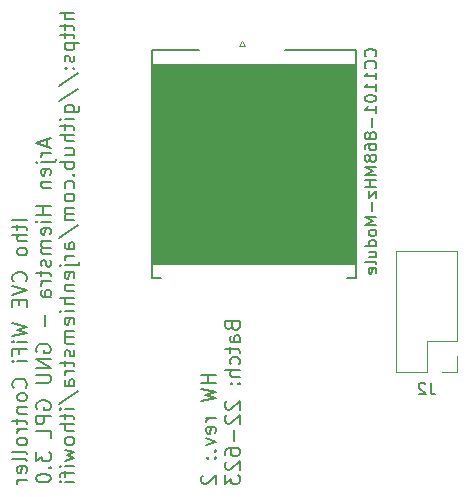
<source format=gbo>
G04 #@! TF.GenerationSoftware,KiCad,Pcbnew,(6.0.8-1)-1*
G04 #@! TF.CreationDate,2023-02-10T09:38:01+01:00*
G04 #@! TF.ProjectId,ithowifi_4l,6974686f-7769-4666-995f-346c2e6b6963,rev?*
G04 #@! TF.SameCoordinates,Original*
G04 #@! TF.FileFunction,Legend,Bot*
G04 #@! TF.FilePolarity,Positive*
%FSLAX46Y46*%
G04 Gerber Fmt 4.6, Leading zero omitted, Abs format (unit mm)*
G04 Created by KiCad (PCBNEW (6.0.8-1)-1) date 2023-02-10 09:38:01*
%MOMM*%
%LPD*%
G01*
G04 APERTURE LIST*
%ADD10C,0.100000*%
%ADD11C,0.200000*%
%ADD12C,0.150000*%
%ADD13C,0.120000*%
G04 APERTURE END LIST*
D10*
G36*
X114808000Y-129997200D02*
G01*
X97561400Y-129997200D01*
X97536000Y-113030000D01*
X114808000Y-113030000D01*
X114808000Y-129997200D01*
G37*
X114808000Y-129997200D02*
X97561400Y-129997200D01*
X97536000Y-113030000D01*
X114808000Y-113030000D01*
X114808000Y-129997200D01*
D11*
X86949606Y-126226666D02*
X85703606Y-126226666D01*
X86118940Y-126642000D02*
X86118940Y-127116666D01*
X85703606Y-126820000D02*
X86771606Y-126820000D01*
X86890273Y-126879333D01*
X86949606Y-126998000D01*
X86949606Y-127116666D01*
X86949606Y-127532000D02*
X85703606Y-127532000D01*
X86949606Y-128066000D02*
X86296940Y-128066000D01*
X86178273Y-128006666D01*
X86118940Y-127888000D01*
X86118940Y-127710000D01*
X86178273Y-127591333D01*
X86237606Y-127532000D01*
X86949606Y-128837333D02*
X86890273Y-128718666D01*
X86830940Y-128659333D01*
X86712273Y-128600000D01*
X86356273Y-128600000D01*
X86237606Y-128659333D01*
X86178273Y-128718666D01*
X86118940Y-128837333D01*
X86118940Y-129015333D01*
X86178273Y-129134000D01*
X86237606Y-129193333D01*
X86356273Y-129252666D01*
X86712273Y-129252666D01*
X86830940Y-129193333D01*
X86890273Y-129134000D01*
X86949606Y-129015333D01*
X86949606Y-128837333D01*
X86830940Y-131448000D02*
X86890273Y-131388666D01*
X86949606Y-131210666D01*
X86949606Y-131092000D01*
X86890273Y-130914000D01*
X86771606Y-130795333D01*
X86652940Y-130736000D01*
X86415606Y-130676666D01*
X86237606Y-130676666D01*
X86000273Y-130736000D01*
X85881606Y-130795333D01*
X85762940Y-130914000D01*
X85703606Y-131092000D01*
X85703606Y-131210666D01*
X85762940Y-131388666D01*
X85822273Y-131448000D01*
X85703606Y-131804000D02*
X86949606Y-132219333D01*
X85703606Y-132634666D01*
X86296940Y-133049999D02*
X86296940Y-133465333D01*
X86949606Y-133643333D02*
X86949606Y-133049999D01*
X85703606Y-133049999D01*
X85703606Y-133643333D01*
X85703606Y-135008000D02*
X86949606Y-135304666D01*
X86059606Y-135542000D01*
X86949606Y-135779333D01*
X85703606Y-136076000D01*
X86949606Y-136550666D02*
X86118940Y-136550666D01*
X85703606Y-136550666D02*
X85762940Y-136491333D01*
X85822273Y-136550666D01*
X85762940Y-136610000D01*
X85703606Y-136550666D01*
X85822273Y-136550666D01*
X86296940Y-137559333D02*
X86296940Y-137144000D01*
X86949606Y-137144000D02*
X85703606Y-137144000D01*
X85703606Y-137737333D01*
X86949606Y-138212000D02*
X86118940Y-138212000D01*
X85703606Y-138212000D02*
X85762940Y-138152666D01*
X85822273Y-138212000D01*
X85762940Y-138271333D01*
X85703606Y-138212000D01*
X85822273Y-138212000D01*
X86830940Y-140466666D02*
X86890273Y-140407333D01*
X86949606Y-140229333D01*
X86949606Y-140110666D01*
X86890273Y-139932666D01*
X86771606Y-139814000D01*
X86652940Y-139754666D01*
X86415606Y-139695333D01*
X86237606Y-139695333D01*
X86000273Y-139754666D01*
X85881606Y-139814000D01*
X85762940Y-139932666D01*
X85703606Y-140110666D01*
X85703606Y-140229333D01*
X85762940Y-140407333D01*
X85822273Y-140466666D01*
X86949606Y-141178666D02*
X86890273Y-141060000D01*
X86830940Y-141000666D01*
X86712273Y-140941333D01*
X86356273Y-140941333D01*
X86237606Y-141000666D01*
X86178273Y-141060000D01*
X86118940Y-141178666D01*
X86118940Y-141356666D01*
X86178273Y-141475333D01*
X86237606Y-141534666D01*
X86356273Y-141594000D01*
X86712273Y-141594000D01*
X86830940Y-141534666D01*
X86890273Y-141475333D01*
X86949606Y-141356666D01*
X86949606Y-141178666D01*
X86118940Y-142128000D02*
X86949606Y-142128000D01*
X86237606Y-142128000D02*
X86178273Y-142187333D01*
X86118940Y-142306000D01*
X86118940Y-142484000D01*
X86178273Y-142602666D01*
X86296940Y-142662000D01*
X86949606Y-142662000D01*
X86118940Y-143077333D02*
X86118940Y-143552000D01*
X85703606Y-143255333D02*
X86771606Y-143255333D01*
X86890273Y-143314666D01*
X86949606Y-143433333D01*
X86949606Y-143552000D01*
X86949606Y-143967333D02*
X86118940Y-143967333D01*
X86356273Y-143967333D02*
X86237606Y-144026666D01*
X86178273Y-144086000D01*
X86118940Y-144204666D01*
X86118940Y-144323333D01*
X86949606Y-144916666D02*
X86890273Y-144798000D01*
X86830940Y-144738666D01*
X86712273Y-144679333D01*
X86356273Y-144679333D01*
X86237606Y-144738666D01*
X86178273Y-144798000D01*
X86118940Y-144916666D01*
X86118940Y-145094666D01*
X86178273Y-145213333D01*
X86237606Y-145272666D01*
X86356273Y-145332000D01*
X86712273Y-145332000D01*
X86830940Y-145272666D01*
X86890273Y-145213333D01*
X86949606Y-145094666D01*
X86949606Y-144916666D01*
X86949606Y-146044000D02*
X86890273Y-145925333D01*
X86771606Y-145866000D01*
X85703606Y-145866000D01*
X86949606Y-146696666D02*
X86890273Y-146578000D01*
X86771606Y-146518666D01*
X85703606Y-146518666D01*
X86890273Y-147646000D02*
X86949606Y-147527333D01*
X86949606Y-147290000D01*
X86890273Y-147171333D01*
X86771606Y-147112000D01*
X86296940Y-147112000D01*
X86178273Y-147171333D01*
X86118940Y-147290000D01*
X86118940Y-147527333D01*
X86178273Y-147646000D01*
X86296940Y-147705333D01*
X86415606Y-147705333D01*
X86534273Y-147112000D01*
X86949606Y-148239333D02*
X86118940Y-148239333D01*
X86356273Y-148239333D02*
X86237606Y-148298666D01*
X86178273Y-148358000D01*
X86118940Y-148476666D01*
X86118940Y-148595333D01*
X88599666Y-119462666D02*
X88599666Y-120056000D01*
X88955666Y-119344000D02*
X87709666Y-119759333D01*
X88955666Y-120174666D01*
X88955666Y-120590000D02*
X88125000Y-120590000D01*
X88362333Y-120590000D02*
X88243666Y-120649333D01*
X88184333Y-120708666D01*
X88125000Y-120827333D01*
X88125000Y-120946000D01*
X88125000Y-121361333D02*
X89193000Y-121361333D01*
X89311666Y-121302000D01*
X89371000Y-121183333D01*
X89371000Y-121124000D01*
X87709666Y-121361333D02*
X87769000Y-121302000D01*
X87828333Y-121361333D01*
X87769000Y-121420666D01*
X87709666Y-121361333D01*
X87828333Y-121361333D01*
X88896333Y-122429333D02*
X88955666Y-122310666D01*
X88955666Y-122073333D01*
X88896333Y-121954666D01*
X88777666Y-121895333D01*
X88303000Y-121895333D01*
X88184333Y-121954666D01*
X88125000Y-122073333D01*
X88125000Y-122310666D01*
X88184333Y-122429333D01*
X88303000Y-122488666D01*
X88421666Y-122488666D01*
X88540333Y-121895333D01*
X88125000Y-123022666D02*
X88955666Y-123022666D01*
X88243666Y-123022666D02*
X88184333Y-123082000D01*
X88125000Y-123200666D01*
X88125000Y-123378666D01*
X88184333Y-123497333D01*
X88303000Y-123556666D01*
X88955666Y-123556666D01*
X88955666Y-125099333D02*
X87709666Y-125099333D01*
X88303000Y-125099333D02*
X88303000Y-125811333D01*
X88955666Y-125811333D02*
X87709666Y-125811333D01*
X88955666Y-126404666D02*
X88125000Y-126404666D01*
X87709666Y-126404666D02*
X87769000Y-126345333D01*
X87828333Y-126404666D01*
X87769000Y-126464000D01*
X87709666Y-126404666D01*
X87828333Y-126404666D01*
X88896333Y-127472666D02*
X88955666Y-127354000D01*
X88955666Y-127116666D01*
X88896333Y-126998000D01*
X88777666Y-126938666D01*
X88303000Y-126938666D01*
X88184333Y-126998000D01*
X88125000Y-127116666D01*
X88125000Y-127354000D01*
X88184333Y-127472666D01*
X88303000Y-127532000D01*
X88421666Y-127532000D01*
X88540333Y-126938666D01*
X88955666Y-128066000D02*
X88125000Y-128066000D01*
X88243666Y-128066000D02*
X88184333Y-128125333D01*
X88125000Y-128244000D01*
X88125000Y-128422000D01*
X88184333Y-128540666D01*
X88303000Y-128600000D01*
X88955666Y-128600000D01*
X88303000Y-128600000D02*
X88184333Y-128659333D01*
X88125000Y-128778000D01*
X88125000Y-128956000D01*
X88184333Y-129074666D01*
X88303000Y-129134000D01*
X88955666Y-129134000D01*
X88896333Y-129667999D02*
X88955666Y-129786666D01*
X88955666Y-130023999D01*
X88896333Y-130142666D01*
X88777666Y-130201999D01*
X88718333Y-130201999D01*
X88599666Y-130142666D01*
X88540333Y-130023999D01*
X88540333Y-129845999D01*
X88481000Y-129727333D01*
X88362333Y-129667999D01*
X88303000Y-129667999D01*
X88184333Y-129727333D01*
X88125000Y-129845999D01*
X88125000Y-130023999D01*
X88184333Y-130142666D01*
X88125000Y-130558000D02*
X88125000Y-131032666D01*
X87709666Y-130736000D02*
X88777666Y-130736000D01*
X88896333Y-130795333D01*
X88955666Y-130914000D01*
X88955666Y-131032666D01*
X88955666Y-131448000D02*
X88125000Y-131448000D01*
X88362333Y-131448000D02*
X88243666Y-131507333D01*
X88184333Y-131566666D01*
X88125000Y-131685333D01*
X88125000Y-131804000D01*
X88955666Y-132753333D02*
X88303000Y-132753333D01*
X88184333Y-132693999D01*
X88125000Y-132575333D01*
X88125000Y-132337999D01*
X88184333Y-132219333D01*
X88896333Y-132753333D02*
X88955666Y-132634666D01*
X88955666Y-132337999D01*
X88896333Y-132219333D01*
X88777666Y-132159999D01*
X88659000Y-132159999D01*
X88540333Y-132219333D01*
X88481000Y-132337999D01*
X88481000Y-132634666D01*
X88421666Y-132753333D01*
X88481000Y-134296000D02*
X88481000Y-135245333D01*
X87769000Y-137440666D02*
X87709666Y-137322000D01*
X87709666Y-137144000D01*
X87769000Y-136966000D01*
X87887666Y-136847333D01*
X88006333Y-136788000D01*
X88243666Y-136728666D01*
X88421666Y-136728666D01*
X88659000Y-136788000D01*
X88777666Y-136847333D01*
X88896333Y-136966000D01*
X88955666Y-137144000D01*
X88955666Y-137262666D01*
X88896333Y-137440666D01*
X88837000Y-137500000D01*
X88421666Y-137500000D01*
X88421666Y-137262666D01*
X88955666Y-138034000D02*
X87709666Y-138034000D01*
X88955666Y-138746000D01*
X87709666Y-138746000D01*
X87709666Y-139339333D02*
X88718333Y-139339333D01*
X88837000Y-139398666D01*
X88896333Y-139458000D01*
X88955666Y-139576666D01*
X88955666Y-139814000D01*
X88896333Y-139932666D01*
X88837000Y-139992000D01*
X88718333Y-140051333D01*
X87709666Y-140051333D01*
X87769000Y-142246666D02*
X87709666Y-142128000D01*
X87709666Y-141950000D01*
X87769000Y-141772000D01*
X87887666Y-141653333D01*
X88006333Y-141594000D01*
X88243666Y-141534666D01*
X88421666Y-141534666D01*
X88659000Y-141594000D01*
X88777666Y-141653333D01*
X88896333Y-141772000D01*
X88955666Y-141950000D01*
X88955666Y-142068666D01*
X88896333Y-142246666D01*
X88837000Y-142306000D01*
X88421666Y-142306000D01*
X88421666Y-142068666D01*
X88955666Y-142840000D02*
X87709666Y-142840000D01*
X87709666Y-143314666D01*
X87769000Y-143433333D01*
X87828333Y-143492666D01*
X87947000Y-143552000D01*
X88125000Y-143552000D01*
X88243666Y-143492666D01*
X88303000Y-143433333D01*
X88362333Y-143314666D01*
X88362333Y-142840000D01*
X88955666Y-144679333D02*
X88955666Y-144086000D01*
X87709666Y-144086000D01*
X87709666Y-145925333D02*
X87709666Y-146696666D01*
X88184333Y-146281333D01*
X88184333Y-146459333D01*
X88243666Y-146578000D01*
X88303000Y-146637333D01*
X88421666Y-146696666D01*
X88718333Y-146696666D01*
X88837000Y-146637333D01*
X88896333Y-146578000D01*
X88955666Y-146459333D01*
X88955666Y-146103333D01*
X88896333Y-145984666D01*
X88837000Y-145925333D01*
X88837000Y-147230666D02*
X88896333Y-147290000D01*
X88955666Y-147230666D01*
X88896333Y-147171333D01*
X88837000Y-147230666D01*
X88955666Y-147230666D01*
X87709666Y-148061333D02*
X87709666Y-148180000D01*
X87769000Y-148298666D01*
X87828333Y-148357999D01*
X87947000Y-148417333D01*
X88184333Y-148476666D01*
X88481000Y-148476666D01*
X88718333Y-148417333D01*
X88837000Y-148358000D01*
X88896333Y-148298666D01*
X88955666Y-148180000D01*
X88955666Y-148061333D01*
X88896333Y-147942666D01*
X88837000Y-147883333D01*
X88718333Y-147824000D01*
X88481000Y-147764666D01*
X88184333Y-147764666D01*
X87947000Y-147824000D01*
X87828333Y-147883333D01*
X87769000Y-147942666D01*
X87709666Y-148061333D01*
X90961726Y-108723333D02*
X89715726Y-108723333D01*
X90961726Y-109257333D02*
X90309060Y-109257333D01*
X90190393Y-109198000D01*
X90131060Y-109079333D01*
X90131060Y-108901333D01*
X90190393Y-108782666D01*
X90249726Y-108723333D01*
X90131060Y-109672666D02*
X90131060Y-110147333D01*
X89715726Y-109850666D02*
X90783726Y-109850666D01*
X90902393Y-109910000D01*
X90961726Y-110028666D01*
X90961726Y-110147333D01*
X90131060Y-110384666D02*
X90131060Y-110859333D01*
X89715726Y-110562666D02*
X90783726Y-110562666D01*
X90902393Y-110622000D01*
X90961726Y-110740666D01*
X90961726Y-110859333D01*
X90131060Y-111274666D02*
X91377060Y-111274666D01*
X90190393Y-111274666D02*
X90131060Y-111393333D01*
X90131060Y-111630666D01*
X90190393Y-111749333D01*
X90249726Y-111808666D01*
X90368393Y-111868000D01*
X90724393Y-111868000D01*
X90843060Y-111808666D01*
X90902393Y-111749333D01*
X90961726Y-111630666D01*
X90961726Y-111393333D01*
X90902393Y-111274666D01*
X90902393Y-112342666D02*
X90961726Y-112461333D01*
X90961726Y-112698666D01*
X90902393Y-112817333D01*
X90783726Y-112876666D01*
X90724393Y-112876666D01*
X90605726Y-112817333D01*
X90546393Y-112698666D01*
X90546393Y-112520666D01*
X90487060Y-112402000D01*
X90368393Y-112342666D01*
X90309060Y-112342666D01*
X90190393Y-112402000D01*
X90131060Y-112520666D01*
X90131060Y-112698666D01*
X90190393Y-112817333D01*
X90843060Y-113410666D02*
X90902393Y-113470000D01*
X90961726Y-113410666D01*
X90902393Y-113351333D01*
X90843060Y-113410666D01*
X90961726Y-113410666D01*
X90190393Y-113410666D02*
X90249726Y-113470000D01*
X90309060Y-113410666D01*
X90249726Y-113351333D01*
X90190393Y-113410666D01*
X90309060Y-113410666D01*
X89656393Y-114894000D02*
X91258393Y-113826000D01*
X89656393Y-116199333D02*
X91258393Y-115131333D01*
X90131060Y-117148666D02*
X91139726Y-117148666D01*
X91258393Y-117089333D01*
X91317726Y-117030000D01*
X91377060Y-116911333D01*
X91377060Y-116733333D01*
X91317726Y-116614666D01*
X90902393Y-117148666D02*
X90961726Y-117030000D01*
X90961726Y-116792666D01*
X90902393Y-116674000D01*
X90843060Y-116614666D01*
X90724393Y-116555333D01*
X90368393Y-116555333D01*
X90249726Y-116614666D01*
X90190393Y-116674000D01*
X90131060Y-116792666D01*
X90131060Y-117030000D01*
X90190393Y-117148666D01*
X90961726Y-117742000D02*
X90131060Y-117742000D01*
X89715726Y-117742000D02*
X89775060Y-117682666D01*
X89834393Y-117742000D01*
X89775060Y-117801333D01*
X89715726Y-117742000D01*
X89834393Y-117742000D01*
X90131060Y-118157333D02*
X90131060Y-118632000D01*
X89715726Y-118335333D02*
X90783726Y-118335333D01*
X90902393Y-118394666D01*
X90961726Y-118513333D01*
X90961726Y-118632000D01*
X90961726Y-119047333D02*
X89715726Y-119047333D01*
X90961726Y-119581333D02*
X90309060Y-119581333D01*
X90190393Y-119522000D01*
X90131060Y-119403333D01*
X90131060Y-119225333D01*
X90190393Y-119106666D01*
X90249726Y-119047333D01*
X90131060Y-120708666D02*
X90961726Y-120708666D01*
X90131060Y-120174666D02*
X90783726Y-120174666D01*
X90902393Y-120234000D01*
X90961726Y-120352666D01*
X90961726Y-120530666D01*
X90902393Y-120649333D01*
X90843060Y-120708666D01*
X90961726Y-121302000D02*
X89715726Y-121302000D01*
X90190393Y-121302000D02*
X90131060Y-121420666D01*
X90131060Y-121658000D01*
X90190393Y-121776666D01*
X90249726Y-121836000D01*
X90368393Y-121895333D01*
X90724393Y-121895333D01*
X90843060Y-121836000D01*
X90902393Y-121776666D01*
X90961726Y-121658000D01*
X90961726Y-121420666D01*
X90902393Y-121302000D01*
X90843060Y-122429333D02*
X90902393Y-122488666D01*
X90961726Y-122429333D01*
X90902393Y-122370000D01*
X90843060Y-122429333D01*
X90961726Y-122429333D01*
X90902393Y-123556666D02*
X90961726Y-123438000D01*
X90961726Y-123200666D01*
X90902393Y-123082000D01*
X90843060Y-123022666D01*
X90724393Y-122963333D01*
X90368393Y-122963333D01*
X90249726Y-123022666D01*
X90190393Y-123082000D01*
X90131060Y-123200666D01*
X90131060Y-123438000D01*
X90190393Y-123556666D01*
X90961726Y-124268666D02*
X90902393Y-124150000D01*
X90843060Y-124090666D01*
X90724393Y-124031333D01*
X90368393Y-124031333D01*
X90249726Y-124090666D01*
X90190393Y-124150000D01*
X90131060Y-124268666D01*
X90131060Y-124446666D01*
X90190393Y-124565333D01*
X90249726Y-124624666D01*
X90368393Y-124684000D01*
X90724393Y-124684000D01*
X90843060Y-124624666D01*
X90902393Y-124565333D01*
X90961726Y-124446666D01*
X90961726Y-124268666D01*
X90961726Y-125218000D02*
X90131060Y-125218000D01*
X90249726Y-125218000D02*
X90190393Y-125277333D01*
X90131060Y-125396000D01*
X90131060Y-125574000D01*
X90190393Y-125692666D01*
X90309060Y-125752000D01*
X90961726Y-125752000D01*
X90309060Y-125752000D02*
X90190393Y-125811333D01*
X90131060Y-125930000D01*
X90131060Y-126108000D01*
X90190393Y-126226666D01*
X90309060Y-126286000D01*
X90961726Y-126286000D01*
X89656393Y-127769333D02*
X91258393Y-126701333D01*
X90961726Y-128718666D02*
X90309060Y-128718666D01*
X90190393Y-128659333D01*
X90131060Y-128540666D01*
X90131060Y-128303333D01*
X90190393Y-128184666D01*
X90902393Y-128718666D02*
X90961726Y-128600000D01*
X90961726Y-128303333D01*
X90902393Y-128184666D01*
X90783726Y-128125333D01*
X90665060Y-128125333D01*
X90546393Y-128184666D01*
X90487060Y-128303333D01*
X90487060Y-128600000D01*
X90427726Y-128718666D01*
X90961726Y-129312000D02*
X90131060Y-129312000D01*
X90368393Y-129312000D02*
X90249726Y-129371333D01*
X90190393Y-129430666D01*
X90131060Y-129549333D01*
X90131060Y-129668000D01*
X90131060Y-130083333D02*
X91199060Y-130083333D01*
X91317726Y-130023999D01*
X91377060Y-129905333D01*
X91377060Y-129845999D01*
X89715726Y-130083333D02*
X89775060Y-130023999D01*
X89834393Y-130083333D01*
X89775060Y-130142666D01*
X89715726Y-130083333D01*
X89834393Y-130083333D01*
X90902393Y-131151333D02*
X90961726Y-131032666D01*
X90961726Y-130795333D01*
X90902393Y-130676666D01*
X90783726Y-130617333D01*
X90309060Y-130617333D01*
X90190393Y-130676666D01*
X90131060Y-130795333D01*
X90131060Y-131032666D01*
X90190393Y-131151333D01*
X90309060Y-131210666D01*
X90427726Y-131210666D01*
X90546393Y-130617333D01*
X90131060Y-131744666D02*
X90961726Y-131744666D01*
X90249726Y-131744666D02*
X90190393Y-131803999D01*
X90131060Y-131922666D01*
X90131060Y-132100666D01*
X90190393Y-132219333D01*
X90309060Y-132278666D01*
X90961726Y-132278666D01*
X90961726Y-132871999D02*
X89715726Y-132871999D01*
X90961726Y-133405999D02*
X90309060Y-133405999D01*
X90190393Y-133346666D01*
X90131060Y-133227999D01*
X90131060Y-133049999D01*
X90190393Y-132931333D01*
X90249726Y-132871999D01*
X90961726Y-133999333D02*
X90131060Y-133999333D01*
X89715726Y-133999333D02*
X89775060Y-133939999D01*
X89834393Y-133999333D01*
X89775060Y-134058666D01*
X89715726Y-133999333D01*
X89834393Y-133999333D01*
X90902393Y-135067333D02*
X90961726Y-134948666D01*
X90961726Y-134711333D01*
X90902393Y-134592666D01*
X90783726Y-134533333D01*
X90309060Y-134533333D01*
X90190393Y-134592666D01*
X90131060Y-134711333D01*
X90131060Y-134948666D01*
X90190393Y-135067333D01*
X90309060Y-135126666D01*
X90427726Y-135126666D01*
X90546393Y-134533333D01*
X90961726Y-135660666D02*
X90131060Y-135660666D01*
X90249726Y-135660666D02*
X90190393Y-135720000D01*
X90131060Y-135838666D01*
X90131060Y-136016666D01*
X90190393Y-136135333D01*
X90309060Y-136194666D01*
X90961726Y-136194666D01*
X90309060Y-136194666D02*
X90190393Y-136254000D01*
X90131060Y-136372666D01*
X90131060Y-136550666D01*
X90190393Y-136669333D01*
X90309060Y-136728666D01*
X90961726Y-136728666D01*
X90902393Y-137262666D02*
X90961726Y-137381333D01*
X90961726Y-137618666D01*
X90902393Y-137737333D01*
X90783726Y-137796666D01*
X90724393Y-137796666D01*
X90605726Y-137737333D01*
X90546393Y-137618666D01*
X90546393Y-137440666D01*
X90487060Y-137322000D01*
X90368393Y-137262666D01*
X90309060Y-137262666D01*
X90190393Y-137322000D01*
X90131060Y-137440666D01*
X90131060Y-137618666D01*
X90190393Y-137737333D01*
X90131060Y-138152666D02*
X90131060Y-138627333D01*
X89715726Y-138330666D02*
X90783726Y-138330666D01*
X90902393Y-138390000D01*
X90961726Y-138508666D01*
X90961726Y-138627333D01*
X90961726Y-139042666D02*
X90131060Y-139042666D01*
X90368393Y-139042666D02*
X90249726Y-139102000D01*
X90190393Y-139161333D01*
X90131060Y-139280000D01*
X90131060Y-139398666D01*
X90961726Y-140348000D02*
X90309060Y-140348000D01*
X90190393Y-140288666D01*
X90131060Y-140170000D01*
X90131060Y-139932666D01*
X90190393Y-139814000D01*
X90902393Y-140348000D02*
X90961726Y-140229333D01*
X90961726Y-139932666D01*
X90902393Y-139814000D01*
X90783726Y-139754666D01*
X90665060Y-139754666D01*
X90546393Y-139814000D01*
X90487060Y-139932666D01*
X90487060Y-140229333D01*
X90427726Y-140348000D01*
X89656393Y-141831333D02*
X91258393Y-140763333D01*
X90961726Y-142246666D02*
X90131060Y-142246666D01*
X89715726Y-142246666D02*
X89775060Y-142187333D01*
X89834393Y-142246666D01*
X89775060Y-142306000D01*
X89715726Y-142246666D01*
X89834393Y-142246666D01*
X90131060Y-142662000D02*
X90131060Y-143136666D01*
X89715726Y-142840000D02*
X90783726Y-142840000D01*
X90902393Y-142899333D01*
X90961726Y-143018000D01*
X90961726Y-143136666D01*
X90961726Y-143552000D02*
X89715726Y-143552000D01*
X90961726Y-144086000D02*
X90309060Y-144086000D01*
X90190393Y-144026666D01*
X90131060Y-143908000D01*
X90131060Y-143730000D01*
X90190393Y-143611333D01*
X90249726Y-143552000D01*
X90961726Y-144857333D02*
X90902393Y-144738666D01*
X90843060Y-144679333D01*
X90724393Y-144620000D01*
X90368393Y-144620000D01*
X90249726Y-144679333D01*
X90190393Y-144738666D01*
X90131060Y-144857333D01*
X90131060Y-145035333D01*
X90190393Y-145154000D01*
X90249726Y-145213333D01*
X90368393Y-145272666D01*
X90724393Y-145272666D01*
X90843060Y-145213333D01*
X90902393Y-145154000D01*
X90961726Y-145035333D01*
X90961726Y-144857333D01*
X90131060Y-145688000D02*
X90961726Y-145925333D01*
X90368393Y-146162666D01*
X90961726Y-146400000D01*
X90131060Y-146637333D01*
X90961726Y-147112000D02*
X90131060Y-147112000D01*
X89715726Y-147112000D02*
X89775060Y-147052666D01*
X89834393Y-147112000D01*
X89775060Y-147171333D01*
X89715726Y-147112000D01*
X89834393Y-147112000D01*
X90131060Y-147527333D02*
X90131060Y-148002000D01*
X90961726Y-147705333D02*
X89893726Y-147705333D01*
X89775060Y-147764666D01*
X89715726Y-147883333D01*
X89715726Y-148002000D01*
X90961726Y-148417333D02*
X90131060Y-148417333D01*
X89715726Y-148417333D02*
X89775060Y-148357999D01*
X89834393Y-148417333D01*
X89775060Y-148476666D01*
X89715726Y-148417333D01*
X89834393Y-148417333D01*
X102938636Y-139347666D02*
X101692636Y-139347666D01*
X102285970Y-139347666D02*
X102285970Y-140059666D01*
X102938636Y-140059666D02*
X101692636Y-140059666D01*
X101692636Y-140534333D02*
X102938636Y-140831000D01*
X102048636Y-141068333D01*
X102938636Y-141305666D01*
X101692636Y-141602333D01*
X102938636Y-143026333D02*
X102107970Y-143026333D01*
X102345303Y-143026333D02*
X102226636Y-143085666D01*
X102167303Y-143145000D01*
X102107970Y-143263666D01*
X102107970Y-143382333D01*
X102879303Y-144272333D02*
X102938636Y-144153666D01*
X102938636Y-143916333D01*
X102879303Y-143797666D01*
X102760636Y-143738333D01*
X102285970Y-143738333D01*
X102167303Y-143797666D01*
X102107970Y-143916333D01*
X102107970Y-144153666D01*
X102167303Y-144272333D01*
X102285970Y-144331666D01*
X102404636Y-144331666D01*
X102523303Y-143738333D01*
X102107970Y-144747000D02*
X102938636Y-145043666D01*
X102107970Y-145340333D01*
X102819970Y-145815000D02*
X102879303Y-145874333D01*
X102938636Y-145815000D01*
X102879303Y-145755666D01*
X102819970Y-145815000D01*
X102938636Y-145815000D01*
X102819970Y-146408333D02*
X102879303Y-146467666D01*
X102938636Y-146408333D01*
X102879303Y-146349000D01*
X102819970Y-146408333D01*
X102938636Y-146408333D01*
X102167303Y-146408333D02*
X102226636Y-146467666D01*
X102285970Y-146408333D01*
X102226636Y-146349000D01*
X102167303Y-146408333D01*
X102285970Y-146408333D01*
X101811303Y-147891666D02*
X101751970Y-147951000D01*
X101692636Y-148069666D01*
X101692636Y-148366333D01*
X101751970Y-148485000D01*
X101811303Y-148544333D01*
X101929970Y-148603666D01*
X102048636Y-148603666D01*
X102226636Y-148544333D01*
X102938636Y-147832333D01*
X102938636Y-148603666D01*
X104292030Y-135253666D02*
X104351363Y-135431666D01*
X104410696Y-135491000D01*
X104529363Y-135550333D01*
X104707363Y-135550333D01*
X104826030Y-135491000D01*
X104885363Y-135431666D01*
X104944696Y-135313000D01*
X104944696Y-134838333D01*
X103698696Y-134838333D01*
X103698696Y-135253666D01*
X103758030Y-135372333D01*
X103817363Y-135431666D01*
X103936030Y-135491000D01*
X104054696Y-135491000D01*
X104173363Y-135431666D01*
X104232696Y-135372333D01*
X104292030Y-135253666D01*
X104292030Y-134838333D01*
X104944696Y-136618333D02*
X104292030Y-136618333D01*
X104173363Y-136559000D01*
X104114030Y-136440333D01*
X104114030Y-136203000D01*
X104173363Y-136084333D01*
X104885363Y-136618333D02*
X104944696Y-136499666D01*
X104944696Y-136203000D01*
X104885363Y-136084333D01*
X104766696Y-136025000D01*
X104648030Y-136025000D01*
X104529363Y-136084333D01*
X104470030Y-136203000D01*
X104470030Y-136499666D01*
X104410696Y-136618333D01*
X104114030Y-137033666D02*
X104114030Y-137508333D01*
X103698696Y-137211666D02*
X104766696Y-137211666D01*
X104885363Y-137271000D01*
X104944696Y-137389666D01*
X104944696Y-137508333D01*
X104885363Y-138457666D02*
X104944696Y-138339000D01*
X104944696Y-138101666D01*
X104885363Y-137983000D01*
X104826030Y-137923666D01*
X104707363Y-137864333D01*
X104351363Y-137864333D01*
X104232696Y-137923666D01*
X104173363Y-137983000D01*
X104114030Y-138101666D01*
X104114030Y-138339000D01*
X104173363Y-138457666D01*
X104944696Y-138991666D02*
X103698696Y-138991666D01*
X104944696Y-139525666D02*
X104292030Y-139525666D01*
X104173363Y-139466333D01*
X104114030Y-139347666D01*
X104114030Y-139169666D01*
X104173363Y-139051000D01*
X104232696Y-138991666D01*
X104826030Y-140119000D02*
X104885363Y-140178333D01*
X104944696Y-140119000D01*
X104885363Y-140059666D01*
X104826030Y-140119000D01*
X104944696Y-140119000D01*
X104173363Y-140119000D02*
X104232696Y-140178333D01*
X104292030Y-140119000D01*
X104232696Y-140059666D01*
X104173363Y-140119000D01*
X104292030Y-140119000D01*
X103817363Y-141602333D02*
X103758030Y-141661666D01*
X103698696Y-141780333D01*
X103698696Y-142077000D01*
X103758030Y-142195666D01*
X103817363Y-142255000D01*
X103936030Y-142314333D01*
X104054696Y-142314333D01*
X104232696Y-142255000D01*
X104944696Y-141543000D01*
X104944696Y-142314333D01*
X103817363Y-142789000D02*
X103758030Y-142848333D01*
X103698696Y-142967000D01*
X103698696Y-143263666D01*
X103758030Y-143382333D01*
X103817363Y-143441666D01*
X103936030Y-143501000D01*
X104054696Y-143501000D01*
X104232696Y-143441666D01*
X104944696Y-142729666D01*
X104944696Y-143501000D01*
X104470030Y-144035000D02*
X104470030Y-144984333D01*
X103698696Y-146111666D02*
X103698696Y-145874333D01*
X103758030Y-145755666D01*
X103817363Y-145696333D01*
X103995363Y-145577666D01*
X104232696Y-145518333D01*
X104707363Y-145518333D01*
X104826030Y-145577666D01*
X104885363Y-145637000D01*
X104944696Y-145755666D01*
X104944696Y-145993000D01*
X104885363Y-146111666D01*
X104826030Y-146171000D01*
X104707363Y-146230333D01*
X104410696Y-146230333D01*
X104292030Y-146171000D01*
X104232696Y-146111666D01*
X104173363Y-145993000D01*
X104173363Y-145755666D01*
X104232696Y-145637000D01*
X104292030Y-145577666D01*
X104410696Y-145518333D01*
X103817363Y-146705000D02*
X103758030Y-146764333D01*
X103698696Y-146883000D01*
X103698696Y-147179666D01*
X103758030Y-147298333D01*
X103817363Y-147357666D01*
X103936030Y-147417000D01*
X104054696Y-147417000D01*
X104232696Y-147357666D01*
X104944696Y-146645666D01*
X104944696Y-147417000D01*
X103698696Y-147832333D02*
X103698696Y-148603666D01*
X104173363Y-148188333D01*
X104173363Y-148366333D01*
X104232696Y-148485000D01*
X104292030Y-148544333D01*
X104410696Y-148603666D01*
X104707363Y-148603666D01*
X104826030Y-148544333D01*
X104885363Y-148485000D01*
X104944696Y-148366333D01*
X104944696Y-148010333D01*
X104885363Y-147891666D01*
X104826030Y-147832333D01*
D12*
X121110333Y-140017380D02*
X121110333Y-140731666D01*
X121157952Y-140874523D01*
X121253190Y-140969761D01*
X121396047Y-141017380D01*
X121491285Y-141017380D01*
X120681761Y-140112619D02*
X120634142Y-140065000D01*
X120538904Y-140017380D01*
X120300809Y-140017380D01*
X120205571Y-140065000D01*
X120157952Y-140112619D01*
X120110333Y-140207857D01*
X120110333Y-140303095D01*
X120157952Y-140445952D01*
X120729380Y-141017380D01*
X120110333Y-141017380D01*
X116435142Y-112404047D02*
X116482761Y-112356428D01*
X116530380Y-112213571D01*
X116530380Y-112118333D01*
X116482761Y-111975476D01*
X116387523Y-111880238D01*
X116292285Y-111832619D01*
X116101809Y-111785000D01*
X115958952Y-111785000D01*
X115768476Y-111832619D01*
X115673238Y-111880238D01*
X115578000Y-111975476D01*
X115530380Y-112118333D01*
X115530380Y-112213571D01*
X115578000Y-112356428D01*
X115625619Y-112404047D01*
X116435142Y-113404047D02*
X116482761Y-113356428D01*
X116530380Y-113213571D01*
X116530380Y-113118333D01*
X116482761Y-112975476D01*
X116387523Y-112880238D01*
X116292285Y-112832619D01*
X116101809Y-112785000D01*
X115958952Y-112785000D01*
X115768476Y-112832619D01*
X115673238Y-112880238D01*
X115578000Y-112975476D01*
X115530380Y-113118333D01*
X115530380Y-113213571D01*
X115578000Y-113356428D01*
X115625619Y-113404047D01*
X116530380Y-114356428D02*
X116530380Y-113785000D01*
X116530380Y-114070714D02*
X115530380Y-114070714D01*
X115673238Y-113975476D01*
X115768476Y-113880238D01*
X115816095Y-113785000D01*
X116530380Y-115308809D02*
X116530380Y-114737380D01*
X116530380Y-115023095D02*
X115530380Y-115023095D01*
X115673238Y-114927857D01*
X115768476Y-114832619D01*
X115816095Y-114737380D01*
X115530380Y-115927857D02*
X115530380Y-116023095D01*
X115578000Y-116118333D01*
X115625619Y-116165952D01*
X115720857Y-116213571D01*
X115911333Y-116261190D01*
X116149428Y-116261190D01*
X116339904Y-116213571D01*
X116435142Y-116165952D01*
X116482761Y-116118333D01*
X116530380Y-116023095D01*
X116530380Y-115927857D01*
X116482761Y-115832619D01*
X116435142Y-115785000D01*
X116339904Y-115737380D01*
X116149428Y-115689761D01*
X115911333Y-115689761D01*
X115720857Y-115737380D01*
X115625619Y-115785000D01*
X115578000Y-115832619D01*
X115530380Y-115927857D01*
X116530380Y-117213571D02*
X116530380Y-116642142D01*
X116530380Y-116927857D02*
X115530380Y-116927857D01*
X115673238Y-116832619D01*
X115768476Y-116737380D01*
X115816095Y-116642142D01*
X116149428Y-117642142D02*
X116149428Y-118404047D01*
X115958952Y-119023095D02*
X115911333Y-118927857D01*
X115863714Y-118880238D01*
X115768476Y-118832619D01*
X115720857Y-118832619D01*
X115625619Y-118880238D01*
X115578000Y-118927857D01*
X115530380Y-119023095D01*
X115530380Y-119213571D01*
X115578000Y-119308809D01*
X115625619Y-119356428D01*
X115720857Y-119404047D01*
X115768476Y-119404047D01*
X115863714Y-119356428D01*
X115911333Y-119308809D01*
X115958952Y-119213571D01*
X115958952Y-119023095D01*
X116006571Y-118927857D01*
X116054190Y-118880238D01*
X116149428Y-118832619D01*
X116339904Y-118832619D01*
X116435142Y-118880238D01*
X116482761Y-118927857D01*
X116530380Y-119023095D01*
X116530380Y-119213571D01*
X116482761Y-119308809D01*
X116435142Y-119356428D01*
X116339904Y-119404047D01*
X116149428Y-119404047D01*
X116054190Y-119356428D01*
X116006571Y-119308809D01*
X115958952Y-119213571D01*
X115530380Y-120261190D02*
X115530380Y-120070714D01*
X115578000Y-119975476D01*
X115625619Y-119927857D01*
X115768476Y-119832619D01*
X115958952Y-119785000D01*
X116339904Y-119785000D01*
X116435142Y-119832619D01*
X116482761Y-119880238D01*
X116530380Y-119975476D01*
X116530380Y-120165952D01*
X116482761Y-120261190D01*
X116435142Y-120308809D01*
X116339904Y-120356428D01*
X116101809Y-120356428D01*
X116006571Y-120308809D01*
X115958952Y-120261190D01*
X115911333Y-120165952D01*
X115911333Y-119975476D01*
X115958952Y-119880238D01*
X116006571Y-119832619D01*
X116101809Y-119785000D01*
X115958952Y-120927857D02*
X115911333Y-120832619D01*
X115863714Y-120785000D01*
X115768476Y-120737380D01*
X115720857Y-120737380D01*
X115625619Y-120785000D01*
X115578000Y-120832619D01*
X115530380Y-120927857D01*
X115530380Y-121118333D01*
X115578000Y-121213571D01*
X115625619Y-121261190D01*
X115720857Y-121308809D01*
X115768476Y-121308809D01*
X115863714Y-121261190D01*
X115911333Y-121213571D01*
X115958952Y-121118333D01*
X115958952Y-120927857D01*
X116006571Y-120832619D01*
X116054190Y-120785000D01*
X116149428Y-120737380D01*
X116339904Y-120737380D01*
X116435142Y-120785000D01*
X116482761Y-120832619D01*
X116530380Y-120927857D01*
X116530380Y-121118333D01*
X116482761Y-121213571D01*
X116435142Y-121261190D01*
X116339904Y-121308809D01*
X116149428Y-121308809D01*
X116054190Y-121261190D01*
X116006571Y-121213571D01*
X115958952Y-121118333D01*
X116530380Y-121737380D02*
X115530380Y-121737380D01*
X116244666Y-122070714D01*
X115530380Y-122404047D01*
X116530380Y-122404047D01*
X116530380Y-122880238D02*
X115530380Y-122880238D01*
X116006571Y-122880238D02*
X116006571Y-123451666D01*
X116530380Y-123451666D02*
X115530380Y-123451666D01*
X115863714Y-123832619D02*
X115863714Y-124356428D01*
X116530380Y-123832619D01*
X116530380Y-124356428D01*
X116149428Y-124737380D02*
X116149428Y-125499285D01*
X116530380Y-125975476D02*
X115530380Y-125975476D01*
X116244666Y-126308809D01*
X115530380Y-126642142D01*
X116530380Y-126642142D01*
X116530380Y-127261190D02*
X116482761Y-127165952D01*
X116435142Y-127118333D01*
X116339904Y-127070714D01*
X116054190Y-127070714D01*
X115958952Y-127118333D01*
X115911333Y-127165952D01*
X115863714Y-127261190D01*
X115863714Y-127404047D01*
X115911333Y-127499285D01*
X115958952Y-127546904D01*
X116054190Y-127594523D01*
X116339904Y-127594523D01*
X116435142Y-127546904D01*
X116482761Y-127499285D01*
X116530380Y-127404047D01*
X116530380Y-127261190D01*
X116530380Y-128451666D02*
X115530380Y-128451666D01*
X116482761Y-128451666D02*
X116530380Y-128356428D01*
X116530380Y-128165952D01*
X116482761Y-128070714D01*
X116435142Y-128023095D01*
X116339904Y-127975476D01*
X116054190Y-127975476D01*
X115958952Y-128023095D01*
X115911333Y-128070714D01*
X115863714Y-128165952D01*
X115863714Y-128356428D01*
X115911333Y-128451666D01*
X115863714Y-129356428D02*
X116530380Y-129356428D01*
X115863714Y-128927857D02*
X116387523Y-128927857D01*
X116482761Y-128975476D01*
X116530380Y-129070714D01*
X116530380Y-129213571D01*
X116482761Y-129308809D01*
X116435142Y-129356428D01*
X116530380Y-129975476D02*
X116482761Y-129880238D01*
X116387523Y-129832619D01*
X115530380Y-129832619D01*
X116482761Y-130737380D02*
X116530380Y-130642142D01*
X116530380Y-130451666D01*
X116482761Y-130356428D01*
X116387523Y-130308809D01*
X116006571Y-130308809D01*
X115911333Y-130356428D01*
X115863714Y-130451666D01*
X115863714Y-130642142D01*
X115911333Y-130737380D01*
X116006571Y-130785000D01*
X116101809Y-130785000D01*
X116197047Y-130308809D01*
D13*
X120777000Y-139125000D02*
X120777000Y-136525000D01*
X118177000Y-128845000D02*
X123377000Y-128845000D01*
X118177000Y-139125000D02*
X118177000Y-128845000D01*
X120777000Y-136525000D02*
X123377000Y-136525000D01*
X123377000Y-136525000D02*
X123377000Y-128845000D01*
X122047000Y-139125000D02*
X123377000Y-139125000D01*
X118177000Y-139125000D02*
X120777000Y-139125000D01*
X123377000Y-139125000D02*
X123377000Y-137795000D01*
X104931400Y-111558400D02*
X105181400Y-111058400D01*
X105181400Y-111058400D02*
X105431400Y-111558400D01*
X105431400Y-111558400D02*
X104931400Y-111558400D01*
D12*
X114822000Y-111889000D02*
X108797000Y-111889000D01*
X97522000Y-111889000D02*
X97522000Y-131189000D01*
X97522000Y-131189000D02*
X98272000Y-131189000D01*
X114822000Y-131189000D02*
X114822000Y-111889000D01*
X114072000Y-131189000D02*
X114822000Y-131189000D01*
X101547000Y-111889000D02*
X97522000Y-111889000D01*
M02*

</source>
